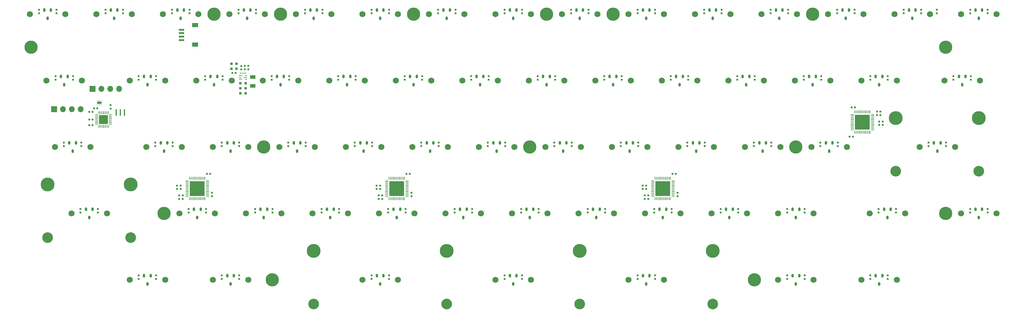
<source format=gbr>
%TF.GenerationSoftware,KiCad,Pcbnew,8.0.9*%
%TF.CreationDate,2025-07-01T01:33:13+07:00*%
%TF.ProjectId,Agar HE,41676172-2048-4452-9e6b-696361645f70,rev?*%
%TF.SameCoordinates,Original*%
%TF.FileFunction,Soldermask,Bot*%
%TF.FilePolarity,Negative*%
%FSLAX46Y46*%
G04 Gerber Fmt 4.6, Leading zero omitted, Abs format (unit mm)*
G04 Created by KiCad (PCBNEW 8.0.9) date 2025-07-01 01:33:13*
%MOMM*%
%LPD*%
G01*
G04 APERTURE LIST*
G04 Aperture macros list*
%AMRoundRect*
0 Rectangle with rounded corners*
0 $1 Rounding radius*
0 $2 $3 $4 $5 $6 $7 $8 $9 X,Y pos of 4 corners*
0 Add a 4 corners polygon primitive as box body*
4,1,4,$2,$3,$4,$5,$6,$7,$8,$9,$2,$3,0*
0 Add four circle primitives for the rounded corners*
1,1,$1+$1,$2,$3*
1,1,$1+$1,$4,$5*
1,1,$1+$1,$6,$7*
1,1,$1+$1,$8,$9*
0 Add four rect primitives between the rounded corners*
20,1,$1+$1,$2,$3,$4,$5,0*
20,1,$1+$1,$4,$5,$6,$7,0*
20,1,$1+$1,$6,$7,$8,$9,0*
20,1,$1+$1,$8,$9,$2,$3,0*%
%AMFreePoly0*
4,1,14,0.385355,0.085355,0.400000,0.050000,0.400000,0.020711,0.385355,-0.014644,0.314644,-0.085355,0.279289,-0.100000,-0.350000,-0.100000,-0.385355,-0.085355,-0.400000,-0.050000,-0.400000,0.050000,-0.385355,0.085355,-0.350000,0.100000,0.350000,0.100000,0.385355,0.085355,0.385355,0.085355,$1*%
%AMFreePoly1*
4,1,14,0.314644,0.085355,0.385355,0.014644,0.400000,-0.020711,0.400000,-0.050000,0.385355,-0.085355,0.350000,-0.100000,-0.350000,-0.100000,-0.385355,-0.085355,-0.400000,-0.050000,-0.400000,0.050000,-0.385355,0.085355,-0.350000,0.100000,0.279289,0.100000,0.314644,0.085355,0.314644,0.085355,$1*%
%AMFreePoly2*
4,1,14,0.085355,0.385355,0.100000,0.350000,0.100000,-0.350000,0.085355,-0.385355,0.050000,-0.400000,0.020711,-0.400000,-0.014644,-0.385355,-0.085355,-0.314644,-0.100000,-0.279289,-0.100000,0.350000,-0.085355,0.385355,-0.050000,0.400000,0.050000,0.400000,0.085355,0.385355,0.085355,0.385355,$1*%
%AMFreePoly3*
4,1,14,0.085355,0.385355,0.100000,0.350000,0.100000,-0.279289,0.085355,-0.314644,0.014644,-0.385355,-0.020711,-0.400000,-0.050000,-0.400000,-0.085355,-0.385355,-0.100000,-0.350000,-0.100000,0.350000,-0.085355,0.385355,-0.050000,0.400000,0.050000,0.400000,0.085355,0.385355,0.085355,0.385355,$1*%
%AMFreePoly4*
4,1,14,0.385355,0.085355,0.400000,0.050000,0.400000,-0.050000,0.385355,-0.085355,0.350000,-0.100000,-0.350000,-0.100000,-0.385355,-0.085355,-0.400000,-0.050000,-0.400000,-0.020711,-0.385355,0.014644,-0.314644,0.085355,-0.279289,0.100000,0.350000,0.100000,0.385355,0.085355,0.385355,0.085355,$1*%
%AMFreePoly5*
4,1,14,0.385355,0.085355,0.400000,0.050000,0.400000,-0.050000,0.385355,-0.085355,0.350000,-0.100000,-0.279289,-0.100000,-0.314644,-0.085355,-0.385355,-0.014644,-0.400000,0.020711,-0.400000,0.050000,-0.385355,0.085355,-0.350000,0.100000,0.350000,0.100000,0.385355,0.085355,0.385355,0.085355,$1*%
%AMFreePoly6*
4,1,14,0.014644,0.385355,0.085355,0.314644,0.100000,0.279289,0.100000,-0.350000,0.085355,-0.385355,0.050000,-0.400000,-0.050000,-0.400000,-0.085355,-0.385355,-0.100000,-0.350000,-0.100000,0.350000,-0.085355,0.385355,-0.050000,0.400000,-0.020711,0.400000,0.014644,0.385355,0.014644,0.385355,$1*%
%AMFreePoly7*
4,1,14,0.085355,0.385355,0.100000,0.350000,0.100000,-0.350000,0.085355,-0.385355,0.050000,-0.400000,-0.050000,-0.400000,-0.085355,-0.385355,-0.100000,-0.350000,-0.100000,0.279289,-0.085355,0.314644,-0.014644,0.385355,0.020711,0.400000,0.050000,0.400000,0.085355,0.385355,0.085355,0.385355,$1*%
G04 Aperture macros list end*
%ADD10C,3.800000*%
%ADD11C,1.750000*%
%ADD12RoundRect,0.150000X-0.150000X0.350000X-0.150000X-0.350000X0.150000X-0.350000X0.150000X0.350000X0*%
%ADD13R,0.620000X0.560000*%
%ADD14R,0.560000X0.620000*%
%ADD15R,0.800000X0.750000*%
%ADD16C,3.048000*%
%ADD17C,3.987800*%
%ADD18R,1.700000X1.700000*%
%ADD19O,1.700000X1.700000*%
%ADD20R,0.400000X1.900000*%
%ADD21RoundRect,0.050000X0.375000X0.050000X-0.375000X0.050000X-0.375000X-0.050000X0.375000X-0.050000X0*%
%ADD22RoundRect,0.050000X0.050000X0.375000X-0.050000X0.375000X-0.050000X-0.375000X0.050000X-0.375000X0*%
%ADD23R,4.200000X4.200000*%
%ADD24RoundRect,0.050000X0.275000X0.050000X-0.275000X0.050000X-0.275000X-0.050000X0.275000X-0.050000X0*%
%ADD25RoundRect,0.050000X0.450000X0.050000X-0.450000X0.050000X-0.450000X-0.050000X0.450000X-0.050000X0*%
%ADD26RoundRect,0.062500X0.062500X0.212500X-0.062500X0.212500X-0.062500X-0.212500X0.062500X-0.212500X0*%
%ADD27RoundRect,0.050000X-0.375000X-0.050000X0.375000X-0.050000X0.375000X0.050000X-0.375000X0.050000X0*%
%ADD28RoundRect,0.050000X-0.050000X-0.375000X0.050000X-0.375000X0.050000X0.375000X-0.050000X0.375000X0*%
%ADD29R,1.800000X1.200000*%
%ADD30R,1.550000X0.600000*%
%ADD31R,1.500000X1.000000*%
%ADD32RoundRect,0.062500X-0.062500X0.062500X-0.062500X-0.062500X0.062500X-0.062500X0.062500X0.062500X0*%
%ADD33RoundRect,0.175000X-0.475000X0.175000X-0.475000X-0.175000X0.475000X-0.175000X0.475000X0.175000X0*%
%ADD34FreePoly0,180.000000*%
%ADD35RoundRect,0.050000X0.350000X0.050000X-0.350000X0.050000X-0.350000X-0.050000X0.350000X-0.050000X0*%
%ADD36FreePoly1,180.000000*%
%ADD37FreePoly2,180.000000*%
%ADD38RoundRect,0.050000X0.050000X0.350000X-0.050000X0.350000X-0.050000X-0.350000X0.050000X-0.350000X0*%
%ADD39FreePoly3,180.000000*%
%ADD40FreePoly4,180.000000*%
%ADD41FreePoly5,180.000000*%
%ADD42FreePoly6,180.000000*%
%ADD43FreePoly7,180.000000*%
%ADD44R,2.650000X2.650000*%
G04 APERTURE END LIST*
D10*
%TO.C,H8*%
X166687500Y-23812500D03*
%TD*%
%TO.C,H4*%
X85725000Y-61912500D03*
%TD*%
%TO.C,H5*%
X71437500Y-23812500D03*
%TD*%
%TO.C,H13*%
X238125000Y-61912500D03*
%TD*%
%TO.C,H10*%
X185737500Y-23812500D03*
%TD*%
%TO.C,H7*%
X161925000Y-61912500D03*
%TD*%
%TO.C,H13*%
X57150000Y-80962500D03*
%TD*%
%TO.C,H9*%
X128587500Y-23812500D03*
%TD*%
%TO.C,H12*%
X19050000Y-33337500D03*
%TD*%
%TO.C,H13*%
X280987500Y-80962500D03*
%TD*%
%TO.C,H18*%
X280987500Y-33337500D03*
%TD*%
%TO.C,H14*%
X88106250Y-100012500D03*
%TD*%
%TO.C,H11*%
X242887500Y-23812500D03*
%TD*%
%TO.C,H15*%
X226218750Y-100012500D03*
%TD*%
%TO.C,H5*%
X90487500Y-23812500D03*
%TD*%
D11*
%TO.C,U42*%
X138429999Y-61912500D03*
X128270001Y-61912500D03*
D12*
X132400000Y-60757500D03*
X133350000Y-63107500D03*
X134300000Y-60757500D03*
%TD*%
D13*
%TO.C,C140*%
X207050000Y-60682500D03*
X207050000Y-61642500D03*
%TD*%
%TO.C,C160*%
X49887500Y-98782500D03*
X49887500Y-99742500D03*
%TD*%
%TO.C,C141*%
X226100000Y-60682500D03*
X226100000Y-61642500D03*
%TD*%
D11*
%TO.C,U58*%
X147954999Y-80962500D03*
X137795001Y-80962500D03*
D12*
X141925000Y-79807500D03*
X142875000Y-82157500D03*
X143825000Y-79807500D03*
%TD*%
D14*
%TO.C,C168*%
X37048750Y-50817500D03*
X38008750Y-50817500D03*
%TD*%
D13*
%TO.C,C162*%
X116562500Y-98782500D03*
X116562500Y-99742500D03*
%TD*%
%TO.C,C29*%
X264437500Y-41632500D03*
X264437500Y-42592500D03*
%TD*%
%TO.C,C120*%
X87987500Y-41632500D03*
X87987500Y-42592500D03*
%TD*%
%TO.C,C128*%
X240387500Y-41632500D03*
X240387500Y-42592500D03*
%TD*%
%TO.C,C147*%
X64175000Y-79732500D03*
X64175000Y-80692500D03*
%TD*%
%TO.C,C108*%
X154662500Y-22582500D03*
X154662500Y-23542500D03*
%TD*%
D11*
%TO.C,U11*%
X124142499Y-23812500D03*
X113982501Y-23812500D03*
D12*
X118112500Y-22657500D03*
X119062500Y-25007500D03*
X120012500Y-22657500D03*
%TD*%
D14*
%TO.C,C67*%
X62475000Y-76818750D03*
X61515000Y-76818750D03*
%TD*%
D15*
%TO.C,C170*%
X77921875Y-39471875D03*
X76421875Y-39471875D03*
%TD*%
D13*
%TO.C,C101*%
X21312500Y-22582500D03*
X21312500Y-23542500D03*
%TD*%
%TO.C,C25*%
X188237500Y-41632500D03*
X188237500Y-42592500D03*
%TD*%
%TO.C,C43*%
X250150000Y-60682500D03*
X250150000Y-61642500D03*
%TD*%
%TO.C,C165*%
X235625000Y-98782500D03*
X235625000Y-99742500D03*
%TD*%
%TO.C,C104*%
X78462500Y-22582500D03*
X78462500Y-23542500D03*
%TD*%
%TO.C,C151*%
X140375000Y-79732500D03*
X140375000Y-80692500D03*
%TD*%
D16*
%TO.C,U80*%
X214312500Y-106997500D03*
D17*
X214312500Y-91757500D03*
D11*
X200342500Y-100012500D03*
X190182500Y-100012500D03*
D16*
X176212500Y-106997500D03*
D17*
X176212500Y-91757500D03*
D12*
X194312500Y-98857500D03*
X195262500Y-101207500D03*
X196212500Y-98857500D03*
%TD*%
D18*
%TO.C,J2*%
X25620000Y-51112500D03*
D19*
X28160000Y-51112500D03*
X30700000Y-51112500D03*
X33240000Y-51112500D03*
%TD*%
D11*
%TO.C,U32*%
X228917499Y-42862500D03*
X218757501Y-42862500D03*
D12*
X222887500Y-41707500D03*
X223837500Y-44057500D03*
X224787500Y-41707500D03*
%TD*%
D20*
%TO.C,Y1*%
X43408750Y-52017500D03*
X44608750Y-52017500D03*
X45808750Y-52017500D03*
%TD*%
D13*
%TO.C,C3*%
X64412500Y-22582500D03*
X64412500Y-23542500D03*
%TD*%
D14*
%TO.C,C79*%
X195825000Y-76818750D03*
X194865000Y-76818750D03*
%TD*%
D11*
%TO.C,U41*%
X119379999Y-61912500D03*
X109220001Y-61912500D03*
D12*
X113350000Y-60757500D03*
X114300000Y-63107500D03*
X115250000Y-60757500D03*
%TD*%
D13*
%TO.C,C36*%
X116800000Y-60682500D03*
X116800000Y-61642500D03*
%TD*%
%TO.C,C49*%
X88225000Y-79732500D03*
X88225000Y-80692500D03*
%TD*%
D14*
%TO.C,R2*%
X80291875Y-38671875D03*
X81251875Y-38671875D03*
%TD*%
D13*
%TO.C,C137*%
X149900000Y-60682500D03*
X149900000Y-61642500D03*
%TD*%
%TO.C,C77*%
X204225000Y-76018750D03*
X204225000Y-75058750D03*
%TD*%
D11*
%TO.C,U30*%
X190817499Y-42862500D03*
X180657501Y-42862500D03*
D12*
X184787500Y-41707500D03*
X185737500Y-44057500D03*
X186687500Y-41707500D03*
%TD*%
D13*
%TO.C,C123*%
X145137500Y-41632500D03*
X145137500Y-42592500D03*
%TD*%
D11*
%TO.C,U38*%
X62229999Y-61912500D03*
X52070001Y-61912500D03*
D12*
X56200000Y-60757500D03*
X57150000Y-63107500D03*
X58100000Y-60757500D03*
%TD*%
D13*
%TO.C,C153*%
X178475000Y-79732500D03*
X178475000Y-80692500D03*
%TD*%
D16*
%TO.C,U79*%
X138112500Y-106997500D03*
D17*
X138112500Y-91757500D03*
D11*
X124142500Y-100012500D03*
X113982500Y-100012500D03*
D16*
X100012500Y-106997500D03*
D17*
X100012500Y-91757500D03*
D12*
X118112500Y-98857500D03*
X119062500Y-101207500D03*
X120012500Y-98857500D03*
%TD*%
D13*
%TO.C,C145*%
X33218750Y-79732500D03*
X33218750Y-80692500D03*
%TD*%
%TO.C,C13*%
X254912500Y-22582500D03*
X254912500Y-23542500D03*
%TD*%
%TO.C,C58*%
X266818750Y-79732500D03*
X266818750Y-80692500D03*
%TD*%
%TO.C,C124*%
X164187500Y-41632500D03*
X164187500Y-42592500D03*
%TD*%
D11*
%TO.C,U8*%
X66992499Y-23812500D03*
X56832501Y-23812500D03*
D12*
X60962500Y-22657500D03*
X61912500Y-25007500D03*
X62862500Y-22657500D03*
%TD*%
D13*
%TO.C,C142*%
X245150000Y-60682500D03*
X245150000Y-61642500D03*
%TD*%
D11*
%TO.C,U65*%
X295592499Y-80962500D03*
X285432501Y-80962500D03*
D12*
X289562500Y-79807500D03*
X290512500Y-82157500D03*
X291462500Y-79807500D03*
%TD*%
D11*
%TO.C,U57*%
X128904999Y-80962500D03*
X118745001Y-80962500D03*
D12*
X122875000Y-79807500D03*
X123825000Y-82157500D03*
X124775000Y-79807500D03*
%TD*%
D11*
%TO.C,U84*%
X162242499Y-100012500D03*
X152082501Y-100012500D03*
D12*
X156212500Y-98857500D03*
X157162500Y-101207500D03*
X158112500Y-98857500D03*
%TD*%
D13*
%TO.C,C91*%
X121562500Y-98782500D03*
X121562500Y-99742500D03*
%TD*%
D11*
%TO.C,U60*%
X186054999Y-80962500D03*
X175895001Y-80962500D03*
D12*
X180025000Y-79807500D03*
X180975000Y-82157500D03*
X181925000Y-79807500D03*
%TD*%
D13*
%TO.C,C115*%
X278487500Y-22582500D03*
X278487500Y-23542500D03*
%TD*%
%TO.C,C15*%
X293012500Y-22582500D03*
X293012500Y-23542500D03*
%TD*%
%TO.C,C82*%
X195225000Y-72998750D03*
X195225000Y-73958750D03*
%TD*%
%TO.C,C95*%
X264437500Y-98782500D03*
X264437500Y-99742500D03*
%TD*%
%TO.C,C59*%
X293012500Y-79732500D03*
X293012500Y-80692500D03*
%TD*%
%TO.C,C76*%
X119025000Y-72998750D03*
X119025000Y-73958750D03*
%TD*%
D14*
%TO.C,C83*%
X254095000Y-50568750D03*
X255055000Y-50568750D03*
%TD*%
D13*
%TO.C,C69*%
X60875000Y-72998750D03*
X60875000Y-73958750D03*
%TD*%
%TO.C,C125*%
X183237500Y-41632500D03*
X183237500Y-42592500D03*
%TD*%
%TO.C,C116*%
X288012500Y-22582500D03*
X288012500Y-23542500D03*
%TD*%
%TO.C,C81*%
X194225000Y-72998750D03*
X194225000Y-73958750D03*
%TD*%
%TO.C,C17*%
X31075000Y-41632500D03*
X31075000Y-42592500D03*
%TD*%
D11*
%TO.C,U62*%
X224154999Y-80962500D03*
X213995001Y-80962500D03*
D12*
X218125000Y-79807500D03*
X219075000Y-82157500D03*
X220025000Y-79807500D03*
%TD*%
D14*
%TO.C,C84*%
X261375000Y-52768750D03*
X262335000Y-52768750D03*
%TD*%
D13*
%TO.C,C35*%
X97750000Y-60682500D03*
X97750000Y-61642500D03*
%TD*%
%TO.C,C131*%
X28456250Y-60682500D03*
X28456250Y-61642500D03*
%TD*%
%TO.C,C34*%
X78700000Y-60682500D03*
X78700000Y-61642500D03*
%TD*%
%TO.C,C155*%
X216575000Y-79732500D03*
X216575000Y-80692500D03*
%TD*%
D21*
%TO.C,U5*%
X260125000Y-52568750D03*
X260125000Y-52968750D03*
X260125000Y-53368750D03*
X260125000Y-53768750D03*
X260125000Y-54168750D03*
X260125000Y-54568750D03*
X260125000Y-54968750D03*
X260125000Y-55368750D03*
X260125000Y-55768750D03*
X260125000Y-56168750D03*
X260125000Y-56568750D03*
X260125000Y-56968750D03*
D22*
X259375000Y-57718750D03*
X258975000Y-57718750D03*
X258575000Y-57718750D03*
X258175000Y-57718750D03*
X257775000Y-57718750D03*
X257375000Y-57718750D03*
X256975000Y-57718750D03*
X256575000Y-57718750D03*
X256175000Y-57718750D03*
X255775000Y-57718750D03*
X255375000Y-57718750D03*
X254975000Y-57718750D03*
D21*
X254225000Y-56968750D03*
X254225000Y-56568750D03*
X254225000Y-56168750D03*
X254225000Y-55768750D03*
X254225000Y-55368750D03*
X254225000Y-54968750D03*
X254225000Y-54568750D03*
X254225000Y-54168750D03*
X254225000Y-53768750D03*
X254225000Y-53368750D03*
X254225000Y-52968750D03*
X254225000Y-52568750D03*
D22*
X254975000Y-51818750D03*
X255375000Y-51818750D03*
X255775000Y-51818750D03*
X256175000Y-51818750D03*
X256575000Y-51818750D03*
X256975000Y-51818750D03*
X257375000Y-51818750D03*
X257775000Y-51818750D03*
X258175000Y-51818750D03*
X258575000Y-51818750D03*
X258975000Y-51818750D03*
X259375000Y-51818750D03*
D23*
X257175000Y-54768750D03*
%TD*%
D13*
%TO.C,C24*%
X169187500Y-41632500D03*
X169187500Y-42592500D03*
%TD*%
%TO.C,C106*%
X116562500Y-22582500D03*
X116562500Y-23542500D03*
%TD*%
%TO.C,C63*%
X54887500Y-98782500D03*
X54887500Y-99742500D03*
%TD*%
%TO.C,C93*%
X197762500Y-98782500D03*
X197762500Y-99742500D03*
%TD*%
%TO.C,C156*%
X235625000Y-79732500D03*
X235625000Y-80692500D03*
%TD*%
%TO.C,C127*%
X221337500Y-41632500D03*
X221337500Y-42592500D03*
%TD*%
D24*
%TO.C,U88*%
X80646875Y-41421875D03*
D25*
X80471875Y-41921875D03*
D24*
X80646875Y-42421875D03*
D25*
X79071875Y-42421875D03*
D24*
X78896875Y-41921875D03*
D25*
X79071875Y-41421875D03*
D26*
X79021875Y-40746875D03*
X79521875Y-40746875D03*
X80021875Y-40746875D03*
X80521875Y-40746875D03*
%TD*%
D13*
%TO.C,C6*%
X121562500Y-22582500D03*
X121562500Y-23542500D03*
%TD*%
D27*
%TO.C,U3*%
X120875000Y-76018750D03*
X120875000Y-75618750D03*
X120875000Y-75218750D03*
X120875000Y-74818750D03*
X120875000Y-74418750D03*
X120875000Y-74018750D03*
X120875000Y-73618750D03*
X120875000Y-73218750D03*
X120875000Y-72818750D03*
X120875000Y-72418750D03*
X120875000Y-72018750D03*
X120875000Y-71618750D03*
D28*
X121625000Y-70868750D03*
X122025000Y-70868750D03*
X122425000Y-70868750D03*
X122825000Y-70868750D03*
X123225000Y-70868750D03*
X123625000Y-70868750D03*
X124025000Y-70868750D03*
X124425000Y-70868750D03*
X124825000Y-70868750D03*
X125225000Y-70868750D03*
X125625000Y-70868750D03*
X126025000Y-70868750D03*
D27*
X126775000Y-71618750D03*
X126775000Y-72018750D03*
X126775000Y-72418750D03*
X126775000Y-72818750D03*
X126775000Y-73218750D03*
X126775000Y-73618750D03*
X126775000Y-74018750D03*
X126775000Y-74418750D03*
X126775000Y-74818750D03*
X126775000Y-75218750D03*
X126775000Y-75618750D03*
X126775000Y-76018750D03*
D28*
X126025000Y-76768750D03*
X125625000Y-76768750D03*
X125225000Y-76768750D03*
X124825000Y-76768750D03*
X124425000Y-76768750D03*
X124025000Y-76768750D03*
X123625000Y-76768750D03*
X123225000Y-76768750D03*
X122825000Y-76768750D03*
X122425000Y-76768750D03*
X122025000Y-76768750D03*
X121625000Y-76768750D03*
D23*
X123825000Y-73818750D03*
%TD*%
D14*
%TO.C,C68*%
X69395000Y-69618750D03*
X70355000Y-69618750D03*
%TD*%
D13*
%TO.C,C18*%
X54887500Y-41632500D03*
X54887500Y-42592500D03*
%TD*%
D14*
%TO.C,C86*%
X254455000Y-58968750D03*
X253495000Y-58968750D03*
%TD*%
D13*
%TO.C,C54*%
X183475000Y-79732500D03*
X183475000Y-80692500D03*
%TD*%
D11*
%TO.C,U20*%
X295592499Y-23812500D03*
X285432501Y-23812500D03*
D12*
X289562500Y-22657500D03*
X290512500Y-25007500D03*
X291462500Y-22657500D03*
%TD*%
D13*
%TO.C,C164*%
X192762500Y-98782500D03*
X192762500Y-99742500D03*
%TD*%
D11*
%TO.C,U44*%
X176529999Y-61912500D03*
X166370001Y-61912500D03*
D12*
X170500000Y-60757500D03*
X171450000Y-63107500D03*
X172400000Y-60757500D03*
%TD*%
D13*
%TO.C,C41*%
X212050000Y-60682500D03*
X212050000Y-61642500D03*
%TD*%
D11*
%TO.C,U28*%
X152717499Y-42862500D03*
X142557501Y-42862500D03*
D12*
X146687500Y-41707500D03*
X147637500Y-44057500D03*
X148587500Y-41707500D03*
%TD*%
D11*
%TO.C,U46*%
X214629999Y-61912500D03*
X204470001Y-61912500D03*
D12*
X208600000Y-60757500D03*
X209550000Y-63107500D03*
X210500000Y-60757500D03*
%TD*%
D13*
%TO.C,C92*%
X159662500Y-98782500D03*
X159662500Y-99742500D03*
%TD*%
%TO.C,C109*%
X173712500Y-22582500D03*
X173712500Y-23542500D03*
%TD*%
%TO.C,C139*%
X188000000Y-60682500D03*
X188000000Y-61642500D03*
%TD*%
D11*
%TO.C,U9*%
X86042499Y-23812500D03*
X75882501Y-23812500D03*
D12*
X80012500Y-22657500D03*
X80962500Y-25007500D03*
X81912500Y-22657500D03*
%TD*%
D11*
%TO.C,U22*%
X33655000Y-42862500D03*
X23495000Y-42862500D03*
D12*
X27625000Y-41707500D03*
X28575000Y-44057500D03*
X29525000Y-41707500D03*
%TD*%
D11*
%TO.C,U10*%
X105092499Y-23812500D03*
X94932501Y-23812500D03*
D12*
X99062500Y-22657500D03*
X100012500Y-25007500D03*
X100962500Y-22657500D03*
%TD*%
D11*
%TO.C,U33*%
X247967499Y-42862500D03*
X237807501Y-42862500D03*
D12*
X241937500Y-41707500D03*
X242887500Y-44057500D03*
X243837500Y-41707500D03*
%TD*%
D13*
%TO.C,C71*%
X128025000Y-76018750D03*
X128025000Y-75058750D03*
%TD*%
D17*
%TO.C,U51*%
X47625001Y-72707500D03*
D16*
X47625000Y-87947500D03*
D11*
X40798749Y-80962500D03*
X30638751Y-80962500D03*
D16*
X23812500Y-87947500D03*
D17*
X23812499Y-72707500D03*
D12*
X34768750Y-79807500D03*
X35718750Y-82157500D03*
X36668750Y-79807500D03*
%TD*%
D13*
%TO.C,C65*%
X70875000Y-76018750D03*
X70875000Y-75058750D03*
%TD*%
%TO.C,C64*%
X78700000Y-98782500D03*
X78700000Y-99742500D03*
%TD*%
D11*
%TO.C,U18*%
X257492499Y-23812500D03*
X247332501Y-23812500D03*
D12*
X251462500Y-22657500D03*
X252412500Y-25007500D03*
X253362500Y-22657500D03*
%TD*%
D13*
%TO.C,C1*%
X26312500Y-22582500D03*
X26312500Y-23542500D03*
%TD*%
D11*
%TO.C,U7*%
X47942499Y-23812500D03*
X37782501Y-23812500D03*
D12*
X41912500Y-22657500D03*
X42862500Y-25007500D03*
X43812500Y-22657500D03*
%TD*%
D13*
%TO.C,C148*%
X83225000Y-79732500D03*
X83225000Y-80692500D03*
%TD*%
D11*
%TO.C,U64*%
X269398750Y-80962500D03*
X259238750Y-80962500D03*
D12*
X263368750Y-79807500D03*
X264318750Y-82157500D03*
X265268750Y-79807500D03*
%TD*%
D11*
%TO.C,U15*%
X200342499Y-23812500D03*
X190182501Y-23812500D03*
D12*
X194312500Y-22657500D03*
X195262500Y-25007500D03*
X196212500Y-22657500D03*
%TD*%
D14*
%TO.C,C85*%
X261375000Y-51768750D03*
X262335000Y-51768750D03*
%TD*%
D13*
%TO.C,C46*%
X38218750Y-79732500D03*
X38218750Y-80692500D03*
%TD*%
D27*
%TO.C,U2*%
X63725000Y-76018750D03*
X63725000Y-75618750D03*
X63725000Y-75218750D03*
X63725000Y-74818750D03*
X63725000Y-74418750D03*
X63725000Y-74018750D03*
X63725000Y-73618750D03*
X63725000Y-73218750D03*
X63725000Y-72818750D03*
X63725000Y-72418750D03*
X63725000Y-72018750D03*
X63725000Y-71618750D03*
D28*
X64475000Y-70868750D03*
X64875000Y-70868750D03*
X65275000Y-70868750D03*
X65675000Y-70868750D03*
X66075000Y-70868750D03*
X66475000Y-70868750D03*
X66875000Y-70868750D03*
X67275000Y-70868750D03*
X67675000Y-70868750D03*
X68075000Y-70868750D03*
X68475000Y-70868750D03*
X68875000Y-70868750D03*
D27*
X69625000Y-71618750D03*
X69625000Y-72018750D03*
X69625000Y-72418750D03*
X69625000Y-72818750D03*
X69625000Y-73218750D03*
X69625000Y-73618750D03*
X69625000Y-74018750D03*
X69625000Y-74418750D03*
X69625000Y-74818750D03*
X69625000Y-75218750D03*
X69625000Y-75618750D03*
X69625000Y-76018750D03*
D28*
X68875000Y-76768750D03*
X68475000Y-76768750D03*
X68075000Y-76768750D03*
X67675000Y-76768750D03*
X67275000Y-76768750D03*
X66875000Y-76768750D03*
X66475000Y-76768750D03*
X66075000Y-76768750D03*
X65675000Y-76768750D03*
X65275000Y-76768750D03*
X64875000Y-76768750D03*
X64475000Y-76768750D03*
D23*
X66675000Y-73818750D03*
%TD*%
D15*
%TO.C,C175*%
X80521875Y-46471875D03*
X79021875Y-46471875D03*
%TD*%
D11*
%TO.C,U43*%
X157479999Y-61912500D03*
X147320001Y-61912500D03*
D12*
X151450000Y-60757500D03*
X152400000Y-63107500D03*
X153350000Y-60757500D03*
%TD*%
D13*
%TO.C,C14*%
X273962500Y-22582500D03*
X273962500Y-23542500D03*
%TD*%
D11*
%TO.C,U29*%
X171767499Y-42862500D03*
X161607501Y-42862500D03*
D12*
X165737500Y-41707500D03*
X166687500Y-44057500D03*
X167637500Y-41707500D03*
%TD*%
D11*
%TO.C,U45*%
X195579999Y-61912500D03*
X185420001Y-61912500D03*
D12*
X189550000Y-60757500D03*
X190500000Y-63107500D03*
X191450000Y-60757500D03*
%TD*%
D13*
%TO.C,C89*%
X41808750Y-50897500D03*
X41808750Y-49937500D03*
%TD*%
D11*
%TO.C,U36*%
X36036250Y-61912500D03*
X25876250Y-61912500D03*
D12*
X30006250Y-60757500D03*
X30956250Y-63107500D03*
X31906250Y-60757500D03*
%TD*%
D13*
%TO.C,C121*%
X107037500Y-41632500D03*
X107037500Y-42592500D03*
%TD*%
%TO.C,C40*%
X193000000Y-60682500D03*
X193000000Y-61642500D03*
%TD*%
%TO.C,C87*%
X262975000Y-55588750D03*
X262975000Y-54628750D03*
%TD*%
D11*
%TO.C,U19*%
X276542499Y-23812500D03*
X266382501Y-23812500D03*
D12*
X270512500Y-22657500D03*
X271462500Y-25007500D03*
X272412500Y-22657500D03*
%TD*%
D13*
%TO.C,C130*%
X283250000Y-41632500D03*
X283250000Y-42592500D03*
%TD*%
%TO.C,C12*%
X235862500Y-22582500D03*
X235862500Y-23542500D03*
%TD*%
D18*
%TO.C,J3*%
X36681250Y-45243750D03*
D19*
X39221250Y-45243750D03*
X41761250Y-45243750D03*
X44301250Y-45243750D03*
%TD*%
D11*
%TO.C,U54*%
X71754999Y-80962500D03*
X61595001Y-80962500D03*
D12*
X65725000Y-79807500D03*
X66675000Y-82157500D03*
X67625000Y-79807500D03*
%TD*%
D13*
%TO.C,C107*%
X135612500Y-22582500D03*
X135612500Y-23542500D03*
%TD*%
%TO.C,C38*%
X154900000Y-60682500D03*
X154900000Y-61642500D03*
%TD*%
D11*
%TO.C,U31*%
X209867499Y-42862500D03*
X199707501Y-42862500D03*
D12*
X203837500Y-41707500D03*
X204787500Y-44057500D03*
X205737500Y-41707500D03*
%TD*%
D11*
%TO.C,U26*%
X114617499Y-42862500D03*
X104457501Y-42862500D03*
D12*
X108587500Y-41707500D03*
X109537500Y-44057500D03*
X110487500Y-41707500D03*
%TD*%
D11*
%TO.C,U6*%
X28892499Y-23812500D03*
X18732501Y-23812500D03*
D12*
X22862500Y-22657500D03*
X23812500Y-25007500D03*
X24762500Y-22657500D03*
%TD*%
D13*
%TO.C,C119*%
X68937500Y-41632500D03*
X68937500Y-42592500D03*
%TD*%
D11*
%TO.C,U55*%
X90804999Y-80962500D03*
X80645001Y-80962500D03*
D12*
X84775000Y-79807500D03*
X85725000Y-82157500D03*
X86675000Y-79807500D03*
%TD*%
D13*
%TO.C,C42*%
X231100000Y-60682500D03*
X231100000Y-61642500D03*
%TD*%
%TO.C,C110*%
X192762500Y-22582500D03*
X192762500Y-23542500D03*
%TD*%
D14*
%TO.C,R1*%
X36688750Y-51817500D03*
X35728750Y-51817500D03*
%TD*%
D13*
%TO.C,C157*%
X261818750Y-79732500D03*
X261818750Y-80692500D03*
%TD*%
%TO.C,C88*%
X261975000Y-55588750D03*
X261975000Y-54628750D03*
%TD*%
%TO.C,C132*%
X54650000Y-60682500D03*
X54650000Y-61642500D03*
%TD*%
%TO.C,C55*%
X202525000Y-79732500D03*
X202525000Y-80692500D03*
%TD*%
%TO.C,C172*%
X79271875Y-38691875D03*
X79271875Y-39651875D03*
%TD*%
%TO.C,C150*%
X121325000Y-79732500D03*
X121325000Y-80692500D03*
%TD*%
%TO.C,C51*%
X126325000Y-79732500D03*
X126325000Y-80692500D03*
%TD*%
%TO.C,C152*%
X159425000Y-79732500D03*
X159425000Y-80692500D03*
%TD*%
D27*
%TO.C,U4*%
X197075000Y-76018750D03*
X197075000Y-75618750D03*
X197075000Y-75218750D03*
X197075000Y-74818750D03*
X197075000Y-74418750D03*
X197075000Y-74018750D03*
X197075000Y-73618750D03*
X197075000Y-73218750D03*
X197075000Y-72818750D03*
X197075000Y-72418750D03*
X197075000Y-72018750D03*
X197075000Y-71618750D03*
D28*
X197825000Y-70868750D03*
X198225000Y-70868750D03*
X198625000Y-70868750D03*
X199025000Y-70868750D03*
X199425000Y-70868750D03*
X199825000Y-70868750D03*
X200225000Y-70868750D03*
X200625000Y-70868750D03*
X201025000Y-70868750D03*
X201425000Y-70868750D03*
X201825000Y-70868750D03*
X202225000Y-70868750D03*
D27*
X202975000Y-71618750D03*
X202975000Y-72018750D03*
X202975000Y-72418750D03*
X202975000Y-72818750D03*
X202975000Y-73218750D03*
X202975000Y-73618750D03*
X202975000Y-74018750D03*
X202975000Y-74418750D03*
X202975000Y-74818750D03*
X202975000Y-75218750D03*
X202975000Y-75618750D03*
X202975000Y-76018750D03*
D28*
X202225000Y-76768750D03*
X201825000Y-76768750D03*
X201425000Y-76768750D03*
X201025000Y-76768750D03*
X200625000Y-76768750D03*
X200225000Y-76768750D03*
X199825000Y-76768750D03*
X199425000Y-76768750D03*
X199025000Y-76768750D03*
X198625000Y-76768750D03*
X198225000Y-76768750D03*
X197825000Y-76768750D03*
D23*
X200025000Y-73818750D03*
%TD*%
D15*
%TO.C,C174*%
X80521875Y-45071875D03*
X79021875Y-45071875D03*
%TD*%
D11*
%TO.C,U16*%
X219392499Y-23812500D03*
X209232501Y-23812500D03*
D12*
X213362500Y-22657500D03*
X214312500Y-25007500D03*
X215262500Y-22657500D03*
%TD*%
D11*
%TO.C,U77*%
X57467499Y-100012500D03*
X47307501Y-100012500D03*
D12*
X51437500Y-98857500D03*
X52387500Y-101207500D03*
X53337500Y-98857500D03*
%TD*%
D14*
%TO.C,C66*%
X62475000Y-75818750D03*
X61515000Y-75818750D03*
%TD*%
D13*
%TO.C,C32*%
X33456250Y-60682500D03*
X33456250Y-61642500D03*
%TD*%
D11*
%TO.C,U81*%
X243205000Y-100012500D03*
X233045000Y-100012500D03*
D12*
X237175000Y-98857500D03*
X238125000Y-101207500D03*
X239075000Y-98857500D03*
%TD*%
D11*
%TO.C,U27*%
X133667499Y-42862500D03*
X123507501Y-42862500D03*
D12*
X127637500Y-41707500D03*
X128587500Y-44057500D03*
X129537500Y-41707500D03*
%TD*%
D13*
%TO.C,C52*%
X145375000Y-79732500D03*
X145375000Y-80692500D03*
%TD*%
%TO.C,C10*%
X197762500Y-22582500D03*
X197762500Y-23542500D03*
%TD*%
D11*
%TO.C,U56*%
X109854999Y-80962500D03*
X99695001Y-80962500D03*
D12*
X103825000Y-79807500D03*
X104775000Y-82157500D03*
X105725000Y-79807500D03*
%TD*%
D14*
%TO.C,C73*%
X119625000Y-76818750D03*
X118665000Y-76818750D03*
%TD*%
D13*
%TO.C,C105*%
X97512500Y-22582500D03*
X97512500Y-23542500D03*
%TD*%
D14*
%TO.C,C171*%
X77651875Y-40671875D03*
X76691875Y-40671875D03*
%TD*%
D13*
%TO.C,C166*%
X259437500Y-98782500D03*
X259437500Y-99742500D03*
%TD*%
%TO.C,C122*%
X126087500Y-41632500D03*
X126087500Y-42592500D03*
%TD*%
%TO.C,C9*%
X178712500Y-22582500D03*
X178712500Y-23542500D03*
%TD*%
D11*
%TO.C,U63*%
X243204999Y-80962500D03*
X233045001Y-80962500D03*
D12*
X237175000Y-79807500D03*
X238125000Y-82157500D03*
X239075000Y-79807500D03*
%TD*%
D14*
%TO.C,R3*%
X80291875Y-39671875D03*
X81251875Y-39671875D03*
%TD*%
D13*
%TO.C,C112*%
X230862500Y-22582500D03*
X230862500Y-23542500D03*
%TD*%
%TO.C,C56*%
X221575000Y-79732500D03*
X221575000Y-80692500D03*
%TD*%
%TO.C,C75*%
X118025000Y-72998750D03*
X118025000Y-73958750D03*
%TD*%
%TO.C,C154*%
X197525000Y-79732500D03*
X197525000Y-80692500D03*
%TD*%
%TO.C,C28*%
X245387500Y-41632500D03*
X245387500Y-42592500D03*
%TD*%
D11*
%TO.C,U48*%
X252729999Y-61912500D03*
X242570001Y-61912500D03*
D12*
X246700000Y-60757500D03*
X247650000Y-63107500D03*
X248600000Y-60757500D03*
%TD*%
D13*
%TO.C,C7*%
X140612500Y-22582500D03*
X140612500Y-23542500D03*
%TD*%
D11*
%TO.C,U40*%
X100329999Y-61912500D03*
X90170001Y-61912500D03*
D12*
X94300000Y-60757500D03*
X95250000Y-63107500D03*
X96200000Y-60757500D03*
%TD*%
D11*
%TO.C,U35*%
X290830000Y-42862500D03*
X280670000Y-42862500D03*
D12*
X284800000Y-41707500D03*
X285750000Y-44057500D03*
X286700000Y-41707500D03*
%TD*%
D13*
%TO.C,C26*%
X207287500Y-41632500D03*
X207287500Y-42592500D03*
%TD*%
D11*
%TO.C,U59*%
X167004999Y-80962500D03*
X156845001Y-80962500D03*
D12*
X160975000Y-79807500D03*
X161925000Y-82157500D03*
X162875000Y-79807500D03*
%TD*%
D17*
%TO.C,U49*%
X290512501Y-53657500D03*
D16*
X290512500Y-68897500D03*
D11*
X283686249Y-61912500D03*
X273526251Y-61912500D03*
D16*
X266700000Y-68897500D03*
D17*
X266699999Y-53657500D03*
D12*
X277656250Y-60757500D03*
X278606250Y-63107500D03*
X279556250Y-60757500D03*
%TD*%
D13*
%TO.C,C33*%
X59650000Y-60682500D03*
X59650000Y-61642500D03*
%TD*%
%TO.C,C118*%
X49887500Y-41632500D03*
X49887500Y-42592500D03*
%TD*%
%TO.C,C21*%
X112037500Y-41632500D03*
X112037500Y-42592500D03*
%TD*%
D11*
%TO.C,U24*%
X76517499Y-42862500D03*
X66357501Y-42862500D03*
D12*
X70487500Y-41707500D03*
X71437500Y-44057500D03*
X72387500Y-41707500D03*
%TD*%
D13*
%TO.C,C50*%
X107275000Y-79732500D03*
X107275000Y-80692500D03*
%TD*%
D11*
%TO.C,U47*%
X233679999Y-61912500D03*
X223520001Y-61912500D03*
D12*
X227650000Y-60757500D03*
X228600000Y-63107500D03*
X229550000Y-60757500D03*
%TD*%
D11*
%TO.C,U39*%
X81279999Y-61912500D03*
X71120001Y-61912500D03*
D12*
X75250000Y-60757500D03*
X76200000Y-63107500D03*
X77150000Y-60757500D03*
%TD*%
D13*
%TO.C,C22*%
X131087500Y-41632500D03*
X131087500Y-42592500D03*
%TD*%
%TO.C,C143*%
X276106250Y-60682500D03*
X276106250Y-61642500D03*
%TD*%
%TO.C,C134*%
X92750000Y-60682500D03*
X92750000Y-61642500D03*
%TD*%
%TO.C,C11*%
X216812500Y-22582500D03*
X216812500Y-23542500D03*
%TD*%
%TO.C,C53*%
X164425000Y-79732500D03*
X164425000Y-80692500D03*
%TD*%
%TO.C,C149*%
X102275000Y-79732500D03*
X102275000Y-80692500D03*
%TD*%
D11*
%TO.C,U23*%
X57467499Y-42862500D03*
X47307501Y-42862500D03*
D12*
X51437500Y-41707500D03*
X52387500Y-44057500D03*
X53337500Y-41707500D03*
%TD*%
D14*
%TO.C,C72*%
X119625000Y-75818750D03*
X118665000Y-75818750D03*
%TD*%
%TO.C,C78*%
X195825000Y-75818750D03*
X194865000Y-75818750D03*
%TD*%
D13*
%TO.C,C70*%
X61875000Y-72998750D03*
X61875000Y-73958750D03*
%TD*%
%TO.C,C138*%
X168950000Y-60682500D03*
X168950000Y-61642500D03*
%TD*%
%TO.C,C133*%
X73700000Y-60682500D03*
X73700000Y-61642500D03*
%TD*%
D11*
%TO.C,U34*%
X267017499Y-42862500D03*
X256857501Y-42862500D03*
D12*
X260987500Y-41707500D03*
X261937500Y-44057500D03*
X262887500Y-41707500D03*
%TD*%
D13*
%TO.C,C23*%
X150137500Y-41632500D03*
X150137500Y-42592500D03*
%TD*%
D29*
%TO.C,J1*%
X66043750Y-26965625D03*
X66043750Y-32565625D03*
D30*
X62168750Y-28265625D03*
X62168750Y-29265625D03*
X62168750Y-30265625D03*
X62168750Y-31265625D03*
%TD*%
D11*
%TO.C,U14*%
X181292499Y-23812500D03*
X171132501Y-23812500D03*
D12*
X175262500Y-22657500D03*
X176212500Y-25007500D03*
X177162500Y-22657500D03*
%TD*%
D13*
%TO.C,C126*%
X202287500Y-41632500D03*
X202287500Y-42592500D03*
%TD*%
%TO.C,C129*%
X259437500Y-41632500D03*
X259437500Y-42592500D03*
%TD*%
%TO.C,C113*%
X249912500Y-22582500D03*
X249912500Y-23542500D03*
%TD*%
%TO.C,C111*%
X211812500Y-22582500D03*
X211812500Y-23542500D03*
%TD*%
D11*
%TO.C,U17*%
X238442499Y-23812500D03*
X228282501Y-23812500D03*
D12*
X232412500Y-22657500D03*
X233362500Y-25007500D03*
X234312500Y-22657500D03*
%TD*%
D31*
%TO.C,L1*%
X82571875Y-41871875D03*
X82571875Y-44371875D03*
%TD*%
D11*
%TO.C,U13*%
X162242499Y-23812500D03*
X152082501Y-23812500D03*
D12*
X156212500Y-22657500D03*
X157162500Y-25007500D03*
X158112500Y-22657500D03*
%TD*%
D13*
%TO.C,C2*%
X45362500Y-22582500D03*
X45362500Y-23542500D03*
%TD*%
D14*
%TO.C,C80*%
X202745000Y-69618750D03*
X203705000Y-69618750D03*
%TD*%
D13*
%TO.C,C57*%
X240625000Y-79732500D03*
X240625000Y-80692500D03*
%TD*%
%TO.C,C4*%
X83462500Y-22582500D03*
X83462500Y-23542500D03*
%TD*%
D32*
%TO.C,U87*%
X38008750Y-48592500D03*
X38408750Y-48592500D03*
X38808750Y-48592500D03*
X39208750Y-48592500D03*
D33*
X38608750Y-49217500D03*
D32*
X39208750Y-49842500D03*
X38808750Y-49842500D03*
X38408750Y-49842500D03*
X38008750Y-49842500D03*
%TD*%
D13*
%TO.C,C136*%
X130850000Y-60682500D03*
X130850000Y-61642500D03*
%TD*%
%TO.C,C163*%
X154662500Y-98782500D03*
X154662500Y-99742500D03*
%TD*%
%TO.C,C44*%
X281106250Y-60682500D03*
X281106250Y-61642500D03*
%TD*%
D15*
%TO.C,C173*%
X80521875Y-43671875D03*
X79021875Y-43671875D03*
%TD*%
D13*
%TO.C,C158*%
X288012500Y-79732500D03*
X288012500Y-80692500D03*
%TD*%
D34*
%TO.C,U1*%
X41758750Y-52617500D03*
D35*
X41758750Y-53017500D03*
X41758750Y-53417500D03*
X41758750Y-53817500D03*
X41758750Y-54217500D03*
X41758750Y-54617500D03*
X41758750Y-55017500D03*
D36*
X41758750Y-55417500D03*
D37*
X41208750Y-55967500D03*
D38*
X40808750Y-55967500D03*
X40408750Y-55967500D03*
X40008750Y-55967500D03*
X39608750Y-55967500D03*
X39208750Y-55967500D03*
X38808750Y-55967500D03*
D39*
X38408750Y-55967500D03*
D40*
X37858750Y-55417500D03*
D35*
X37858750Y-55017500D03*
X37858750Y-54617500D03*
X37858750Y-54217500D03*
X37858750Y-53817500D03*
X37858750Y-53417500D03*
X37858750Y-53017500D03*
D41*
X37858750Y-52617500D03*
D42*
X38408750Y-52067500D03*
D38*
X38808750Y-52067500D03*
X39208750Y-52067500D03*
X39608750Y-52067500D03*
X40008750Y-52067500D03*
X40408750Y-52067500D03*
X40808750Y-52067500D03*
D43*
X41208750Y-52067500D03*
D44*
X39808750Y-54017500D03*
%TD*%
D13*
%TO.C,C103*%
X59412500Y-22582500D03*
X59412500Y-23542500D03*
%TD*%
%TO.C,C102*%
X40362500Y-22582500D03*
X40362500Y-23542500D03*
%TD*%
%TO.C,C30*%
X288250000Y-41632500D03*
X288250000Y-42592500D03*
%TD*%
%TO.C,C135*%
X111800000Y-60682500D03*
X111800000Y-61642500D03*
%TD*%
%TO.C,C19*%
X73937500Y-41632500D03*
X73937500Y-42592500D03*
%TD*%
D14*
%TO.C,C74*%
X126545000Y-69618750D03*
X127505000Y-69618750D03*
%TD*%
D15*
%TO.C,C169*%
X77921875Y-38071875D03*
X76421875Y-38071875D03*
%TD*%
D11*
%TO.C,U61*%
X205104999Y-80962500D03*
X194945001Y-80962500D03*
D12*
X199075000Y-79807500D03*
X200025000Y-82157500D03*
X200975000Y-79807500D03*
%TD*%
D11*
%TO.C,U12*%
X143192499Y-23812500D03*
X133032501Y-23812500D03*
D12*
X137162500Y-22657500D03*
X138112500Y-25007500D03*
X139062500Y-22657500D03*
%TD*%
D13*
%TO.C,C27*%
X226337500Y-41632500D03*
X226337500Y-42592500D03*
%TD*%
D14*
%TO.C,C90*%
X36688750Y-54017500D03*
X35728750Y-54017500D03*
%TD*%
D13*
%TO.C,C94*%
X240625000Y-98782500D03*
X240625000Y-99742500D03*
%TD*%
%TO.C,C114*%
X268962500Y-22582500D03*
X268962500Y-23542500D03*
%TD*%
D11*
%TO.C,U82*%
X267017499Y-100012500D03*
X256857501Y-100012500D03*
D12*
X260987500Y-98857500D03*
X261937500Y-101207500D03*
X262887500Y-98857500D03*
%TD*%
D13*
%TO.C,C37*%
X135850000Y-60682500D03*
X135850000Y-61642500D03*
%TD*%
%TO.C,C20*%
X92987500Y-41632500D03*
X92987500Y-42592500D03*
%TD*%
D11*
%TO.C,U78*%
X81280000Y-100012500D03*
X71120000Y-100012500D03*
D12*
X75250000Y-98857500D03*
X76200000Y-101207500D03*
X77150000Y-98857500D03*
%TD*%
D13*
%TO.C,C48*%
X69175000Y-79732500D03*
X69175000Y-80692500D03*
%TD*%
%TO.C,C39*%
X173950000Y-60682500D03*
X173950000Y-61642500D03*
%TD*%
%TO.C,C161*%
X73700000Y-98782500D03*
X73700000Y-99742500D03*
%TD*%
D11*
%TO.C,U25*%
X95567499Y-42862500D03*
X85407501Y-42862500D03*
D12*
X89537500Y-41707500D03*
X90487500Y-44057500D03*
X91437500Y-41707500D03*
%TD*%
D14*
%TO.C,R58*%
X35728750Y-55617500D03*
X36688750Y-55617500D03*
%TD*%
D13*
%TO.C,C117*%
X26075000Y-41632500D03*
X26075000Y-42592500D03*
%TD*%
%TO.C,C8*%
X159662500Y-22582500D03*
X159662500Y-23542500D03*
%TD*%
%TO.C,C5*%
X102512500Y-22582500D03*
X102512500Y-23542500D03*
%TD*%
M02*

</source>
